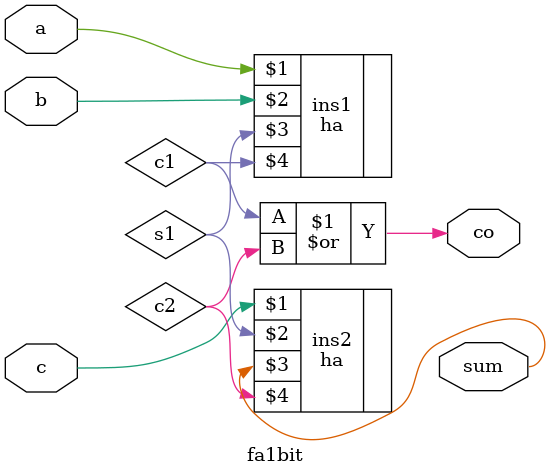
<source format=v>
module fa1bit(a,b,c,sum,co);

input a,b,c;
output sum,co;

ha ins1(a,b,s1,c1);
ha ins2(c,s1,sum,c2);
or(co,c1,c2);

endmodule

</source>
